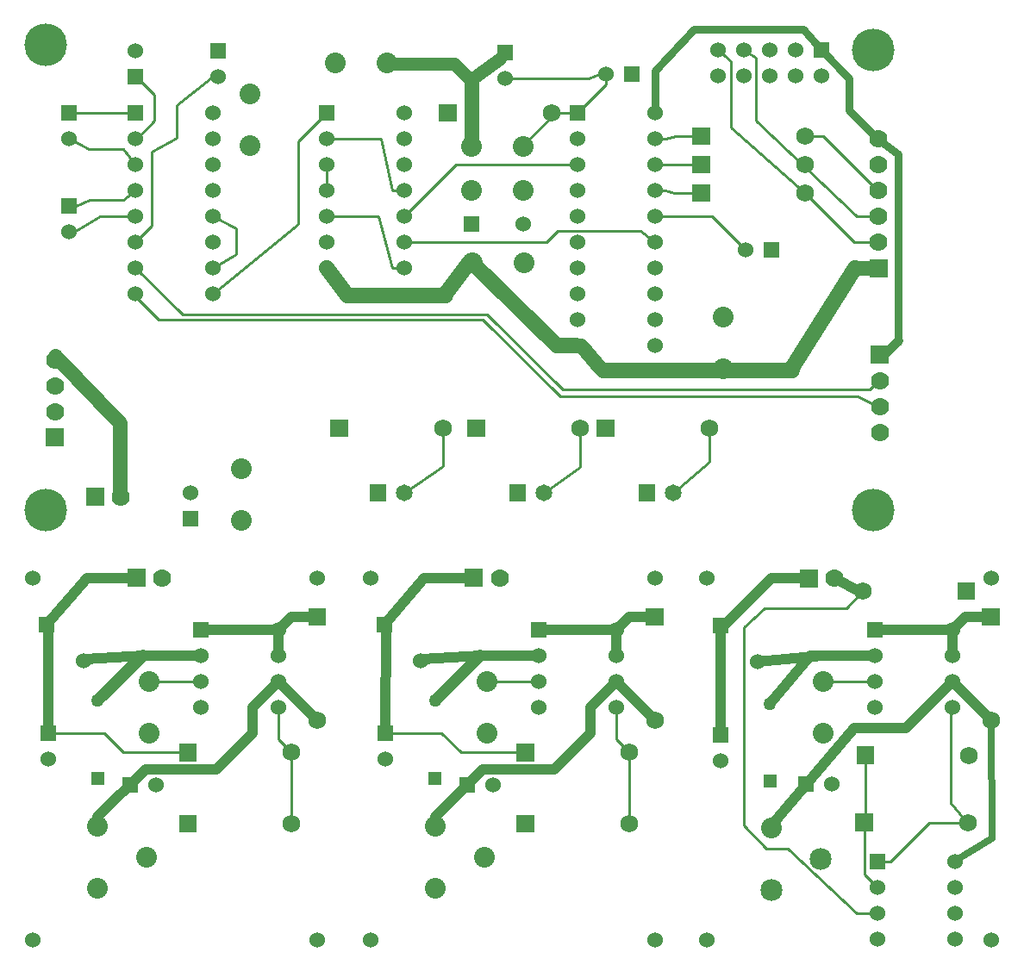
<source format=gtl>
G04 start of page 2 for group 0 idx 0 *
G04 Title: (unknown), top *
G04 Creator: pcb 20110918 *
G04 CreationDate: Fri 24 Oct 2014 08:24:34 GMT UTC *
G04 For: ksarkies *
G04 Format: Gerber/RS-274X *
G04 PCB-Dimensions: 390000 370000 *
G04 PCB-Coordinate-Origin: lower left *
%MOIN*%
%FSLAX25Y25*%
%LNTOP*%
%ADD34C,0.0280*%
%ADD33C,0.0430*%
%ADD32C,0.0200*%
%ADD31C,0.0440*%
%ADD30C,0.1140*%
%ADD29C,0.0380*%
%ADD28C,0.0280*%
%ADD27C,0.0850*%
%ADD26C,0.0800*%
%ADD25C,0.0650*%
%ADD24C,0.1650*%
%ADD23C,0.0700*%
%ADD22C,0.0680*%
%ADD21C,0.0800*%
%ADD20C,0.0001*%
%ADD19C,0.0250*%
%ADD18C,0.0450*%
%ADD17C,0.0350*%
%ADD16C,0.0500*%
%ADD15C,0.0600*%
%ADD14C,0.0400*%
%ADD13C,0.0550*%
%ADD12C,0.0100*%
%ADD11C,0.0300*%
G54D11*X337000Y270500D02*X336500D01*
G54D12*X220500Y310500D02*X221000D01*
X210500Y330500D02*Y329000D01*
X179500Y319000D02*X180000Y318500D01*
X81500Y354500D02*X82000Y354000D01*
X190500D02*X192500D01*
X190500Y351500D02*Y354000D01*
X192500Y352000D02*X190500Y351500D01*
X193000Y354000D02*X190500D01*
X193000D02*X192000Y353000D01*
X192500Y352000D01*
X220000Y240500D02*X220500D01*
X24000Y284500D02*Y284000D01*
X180000Y272500D02*X178500D01*
X24000Y284500D02*X26000D01*
X47500Y290500D02*X49500D01*
X222000Y240500D02*X220000D01*
X196999Y183500D02*X197500D01*
X271500Y195500D02*Y208500D01*
X257500Y183500D02*X271500Y195500D01*
G54D13*X43500Y182000D02*Y210500D01*
X18500Y236500D01*
G54D14*X50000Y150600D02*X30858D01*
X15368Y132710D01*
G54D12*X16100Y133442D01*
G54D15*X169500Y260000D02*X133000D01*
G54D12*X149000Y270500D02*X153500D01*
X143500Y290500D02*X149000Y270500D01*
X185500Y252500D02*X68070Y252526D01*
X184000Y250500D02*X58500D01*
G54D15*X131500Y260000D02*X123500Y270500D01*
G54D12*X88500Y286000D02*Y276000D01*
X79500Y270500D01*
Y290500D02*X88500Y286000D01*
X79500Y260500D02*X112500Y287500D01*
X123500Y290500D02*X143500D01*
X149000Y300500D02*X153500D01*
X144500Y320500D02*X149000Y300500D01*
G54D16*X146500Y349500D02*X173000D01*
X179000Y343500D01*
G54D12*X123500Y310500D02*Y300500D01*
Y320500D02*X144500D01*
X112500Y319500D02*X123500Y330500D01*
X112500Y287500D02*Y319500D01*
G54D15*X169500Y260500D02*X178500Y272500D01*
G54D12*X56000Y315500D02*Y287000D01*
X24000Y284500D02*X26000D01*
X36000Y290500D02*X49500D01*
X45000Y297000D02*X49500Y300500D01*
X32000Y297000D02*X45000D01*
X32000D02*X26500Y294500D01*
X24000D02*X26500D01*
X36000Y290500D02*X26000Y284500D01*
X56000Y287000D02*X50000Y281000D01*
X68000Y252500D02*X49500Y270500D01*
X58500Y250500D02*X49500Y259500D01*
X45000Y316500D02*X49500Y310500D01*
X31500Y316500D02*X45000D01*
X28000Y318500D02*X31500Y316500D01*
X24000Y320500D02*X28000Y318500D01*
X24000Y330500D02*X49500D01*
X65500Y333500D02*Y321000D01*
X56000Y315500D01*
X78500Y344000D02*X65500Y333500D01*
X81500Y344500D02*X78500Y344000D01*
X50000Y344500D02*X57000Y337500D01*
Y327500D01*
X49500Y320000D01*
G54D11*X325500Y344000D02*Y331500D01*
X315000Y355000D02*X325500Y344000D01*
X308000Y363000D02*X315000Y355000D01*
X336500Y320500D02*X325500Y331500D01*
G54D12*X327500Y280500D02*X337000D01*
X308500Y299500D02*X327500Y280500D01*
X328500Y290500D02*X337000D01*
X308500Y321500D02*X315500D01*
X336500Y300500D01*
G54D11*X344500Y314500D02*Y242000D01*
G54D15*X303000Y231000D02*X328000Y270500D01*
G54D13*X336500D01*
G54D17*X338500Y236500D02*X344500Y242500D01*
G54D11*X336500Y320500D02*X344500Y314500D01*
G54D12*X337500Y216500D02*X329000Y221000D01*
X329500Y223500D02*X333500D01*
X337000Y227000D01*
G54D11*X250500Y347000D02*X265500Y363000D01*
X308000D01*
X250500Y330500D02*Y347000D01*
G54D12*X285000Y355000D02*X289500Y352000D01*
X280000Y350500D02*Y325000D01*
X275000Y355000D02*X280000Y350500D01*
X272500Y290500D02*X250500D01*
X285500Y277500D02*X272500Y290500D01*
X245000Y285000D02*X250500Y280500D01*
X280000Y325000D02*X308500Y299500D01*
X258500Y321500D02*X268500D01*
X258500D02*X254500Y320500D01*
X250500D02*X254500D01*
X250500Y310500D02*X268500D01*
X258000Y299500D02*X268500D01*
X254500Y300500D02*X258000Y299500D01*
X250500Y300500D02*X254500D01*
X289500Y352000D02*Y327500D01*
G54D15*X230500Y231000D02*X303500D01*
G54D12*X215000Y223500D02*X329500D01*
G54D13*X222000Y240500D02*X229500Y231500D01*
G54D15*X212500Y240500D02*X220000D01*
X180000Y272500D02*X212500Y240500D01*
G54D12*X214000Y221000D02*X184000Y250500D01*
X215000Y223500D02*X185500Y252500D01*
X329000Y221000D02*X214000D01*
X168500Y194000D02*Y208500D01*
X153500Y183500D02*X168500Y194000D01*
X247500Y186500D02*Y183500D01*
X225000Y344000D02*X229000Y345500D01*
X221500Y193500D02*Y208500D01*
X207500Y183500D02*X221500Y193500D01*
X213000Y285000D02*X208500Y280500D01*
X173500Y310500D02*X153500Y290500D01*
X213000Y285000D02*X245000D01*
X153500Y280500D02*X208500D01*
X221000Y310500D02*X173500D01*
X328500Y290500D02*X289500Y327500D01*
G54D13*X179500Y343500D02*Y319000D01*
G54D16*Y343500D02*X190500Y351500D01*
G54D12*X192500Y344000D02*X191500D01*
X220500Y330500D02*X210500D01*
Y329000D02*X200000Y318500D01*
X225000Y344000D02*X191500D01*
X229000Y345500D02*X231500D01*
Y341500D02*X220500Y330500D01*
X231500Y345500D02*Y341500D01*
G54D14*X16100Y133442D02*X15900Y90600D01*
G54D12*X37500D01*
G54D14*X35000Y54600D02*Y58100D01*
X53500Y76600D01*
G54D12*X37500Y90600D02*X45000Y83100D01*
X70000D01*
G54D14*X53500Y76600D02*X81000D01*
G54D12*X55000Y110600D02*X75000D01*
G54D18*X52500Y120600D02*X35000Y103100D01*
G54D14*X52500Y120600D02*X30242Y119300D01*
G54D12*X52311Y120411D01*
G54D14*X52600Y120700D02*X74900D01*
G54D12*X75000Y120600D01*
G54D14*X81000Y76600D02*X95000Y90600D01*
Y100600D01*
X105000Y110600D01*
G54D12*Y100600D02*Y88100D01*
X110000Y83100D01*
G54D14*X120000Y135600D02*X110000D01*
X105000Y130600D02*X75000D01*
X180500Y150600D02*X161358D01*
X145868Y132710D01*
G54D12*X146600Y133442D01*
G54D14*X110000Y135600D02*X105000Y130600D01*
Y120600D01*
G54D12*X110000Y83100D02*Y55600D01*
G54D14*X105000Y110600D02*X120000Y95600D01*
X146600Y133442D02*X146400Y90600D01*
G54D12*X168000D01*
G54D14*X165500Y54600D02*Y58100D01*
X184000Y76600D01*
G54D12*X168000Y90600D02*X175500Y83100D01*
X200500D01*
G54D14*X184000Y76600D02*X211500D01*
X225500Y90600D01*
Y100600D01*
X235500Y110600D01*
X250500Y95600D01*
G54D12*X235500Y100600D02*Y88100D01*
X240500Y83100D01*
G54D14*X235500Y130600D02*Y120600D01*
G54D12*X240500Y83100D02*Y55600D01*
X185500Y110600D02*X205500D01*
G54D18*X183000Y120600D02*X165500Y103100D01*
G54D14*X183000Y120600D02*X160742Y119300D01*
G54D12*X182811Y120411D01*
G54D14*X183100Y120700D02*X205400D01*
G54D12*X205500Y120600D01*
G54D14*X250500Y135600D02*X240500D01*
X235500Y130600D01*
X205500D01*
X335500Y130500D02*X365500D01*
X380500Y135500D02*X370500D01*
X365500Y130500D01*
X310000Y150500D02*X295503D01*
X320000D02*X330500Y145000D01*
G54D12*X293000Y139000D02*X324500D01*
X331000Y145500D01*
X285000Y131500D02*X293000Y139000D01*
X335500Y110500D02*X315500D01*
G54D14*X335500Y120500D02*X310500D01*
X295000Y102000D01*
X290178Y118178D02*X315322Y120678D01*
X295680Y150680D02*X277784Y132500D01*
X365500Y130500D02*Y120500D01*
Y110500D02*X380500Y95500D01*
X347500Y92500D02*X365500Y110500D01*
G54D19*X380500Y95500D02*X381000Y50000D01*
G54D12*X365000Y63500D02*Y101000D01*
X356500Y56000D02*X371500D01*
X371645Y55645D02*X364995Y63495D01*
G54D19*X381000Y50000D02*X365500Y40500D01*
G54D12*X295500Y54000D02*Y55000D01*
G54D14*X327500Y92500D01*
G54D12*X293500Y46000D02*X285000Y55000D01*
G54D14*X327500Y92500D02*X347500D01*
G54D12*X285000Y55000D02*Y131500D01*
G54D14*X276036Y132320D02*X276000Y90000D01*
G54D12*X328500Y21000D02*X302000Y46000D01*
X293500D01*
X332000Y82000D02*X331500Y36000D01*
X336500Y31000D01*
Y21000D02*X328500D01*
X336500Y41000D02*X341500D01*
X356500Y56000D01*
G54D20*G36*
X217500Y333500D02*Y327500D01*
X223500D01*
Y333500D01*
X217500D01*
G37*
G54D15*X220500Y320500D03*
Y310500D03*
Y300500D03*
Y290500D03*
G54D20*G36*
X265100Y313900D02*Y307100D01*
X271900D01*
Y313900D01*
X265100D01*
G37*
G54D15*X250500Y310500D03*
Y320500D03*
Y330500D03*
G54D20*G36*
X265100Y324900D02*Y318100D01*
X271900D01*
Y324900D01*
X265100D01*
G37*
G36*
Y302900D02*Y296100D01*
X271900D01*
Y302900D01*
X265100D01*
G37*
G54D15*X220500Y280500D03*
X250500D03*
Y290500D03*
Y300500D03*
X231500Y345500D03*
G54D20*G36*
X189500Y357000D02*Y351000D01*
X195500D01*
Y357000D01*
X189500D01*
G37*
G54D15*X192500Y344000D03*
X199500Y287500D03*
G54D21*Y317500D03*
G54D22*X210500Y330500D03*
X308500Y310500D03*
Y321500D03*
G54D20*G36*
X292500Y280500D02*Y274500D01*
X298500D01*
Y280500D01*
X292500D01*
G37*
G54D15*X285500Y277500D03*
G54D22*X308500Y299500D03*
G54D20*G36*
X312000Y358000D02*Y352000D01*
X318000D01*
Y358000D01*
X312000D01*
G37*
G54D15*X315000Y345000D03*
X305000Y355000D03*
Y345000D03*
X295000Y355000D03*
Y345000D03*
X285000Y355000D03*
Y345000D03*
X275000Y355000D03*
Y345000D03*
G54D21*X277000Y231500D03*
Y251500D03*
G54D20*G36*
X334000Y240500D02*Y233500D01*
X341000D01*
Y240500D01*
X334000D01*
G37*
G54D23*X337500Y227000D03*
Y217000D03*
Y207000D03*
G54D24*X335000Y177000D03*
G54D20*G36*
X333500Y274000D02*Y267000D01*
X340500D01*
Y274000D01*
X333500D01*
G37*
G54D23*X337000Y280500D03*
Y290500D03*
Y300500D03*
Y310500D03*
Y320500D03*
G54D24*X335000Y355000D03*
G54D20*G36*
X306500Y154000D02*Y147000D01*
X313500D01*
Y154000D01*
X306500D01*
G37*
G54D23*X320000Y150500D03*
G54D22*X331000Y145500D03*
G54D15*X270500Y150500D03*
G54D20*G36*
X332500Y133500D02*Y127500D01*
X338500D01*
Y133500D01*
X332500D01*
G37*
G36*
X377100Y138900D02*Y132100D01*
X383900D01*
Y138900D01*
X377100D01*
G37*
G36*
X273036Y135320D02*Y129320D01*
X279036D01*
Y135320D01*
X273036D01*
G37*
G54D15*X335500Y120500D03*
Y110500D03*
G54D21*X315500D03*
G54D16*X295000Y102000D03*
G54D15*X290178Y118178D03*
X335500Y100500D03*
G54D22*X380500Y95500D03*
G54D15*X365500Y100500D03*
Y110500D03*
Y120500D03*
Y130500D03*
G54D20*G36*
X367600Y148900D02*Y142100D01*
X374400D01*
Y148900D01*
X367600D01*
G37*
G54D15*X220500Y270500D03*
X250500D03*
G54D21*X180000Y272500D03*
X200000D03*
G54D15*X123500Y270500D03*
X153500D03*
X220500Y260500D03*
X250500D03*
X220500Y250500D03*
Y240500D03*
X250500D03*
Y250500D03*
G54D20*G36*
X178100Y211900D02*Y205100D01*
X184900D01*
Y211900D01*
X178100D01*
G37*
G36*
X125100D02*Y205100D01*
X131900D01*
Y211900D01*
X125100D01*
G37*
G54D22*X168500Y208500D03*
G54D20*G36*
X228100Y211900D02*Y205100D01*
X234900D01*
Y211900D01*
X228100D01*
G37*
G54D22*X271500Y208500D03*
X221500D03*
G54D20*G36*
X244250Y186750D02*Y180250D01*
X250750D01*
Y186750D01*
X244250D01*
G37*
G54D25*X257500Y183500D03*
G54D20*G36*
X140250Y186750D02*Y180250D01*
X146750D01*
Y186750D01*
X140250D01*
G37*
G54D25*X153500Y183500D03*
G54D20*G36*
X194250Y186750D02*Y180250D01*
X200750D01*
Y186750D01*
X194250D01*
G37*
G54D25*X207500Y183500D03*
G54D20*G36*
X238500Y348500D02*Y342500D01*
X244500D01*
Y348500D01*
X238500D01*
G37*
G54D21*X179500Y300500D03*
X199500D03*
G54D15*X153500D03*
Y310500D03*
G54D20*G36*
X176500Y290500D02*Y284500D01*
X182500D01*
Y290500D01*
X176500D01*
G37*
G54D15*X153500Y280500D03*
Y290500D03*
G54D20*G36*
X167100Y333900D02*Y327100D01*
X173900D01*
Y333900D01*
X167100D01*
G37*
G54D15*X153500Y320500D03*
Y330500D03*
G54D21*X179500Y317500D03*
G54D20*G36*
X120500Y333500D02*Y327500D01*
X126500D01*
Y333500D01*
X120500D01*
G37*
G54D21*X147000Y350000D03*
X127000D03*
G54D15*X123500Y320500D03*
Y310500D03*
Y300500D03*
Y290500D03*
Y280500D03*
X79500Y270500D03*
Y280500D03*
Y290500D03*
Y300500D03*
G54D20*G36*
X78500Y357500D02*Y351500D01*
X84500D01*
Y357500D01*
X78500D01*
G37*
G54D15*X81500Y344500D03*
G54D20*G36*
X46500Y333500D02*Y327500D01*
X52500D01*
Y333500D01*
X46500D01*
G37*
G54D15*X49500Y320500D03*
Y310500D03*
X79500D03*
Y320500D03*
Y330500D03*
G54D20*G36*
X46500Y347500D02*Y341500D01*
X52500D01*
Y347500D01*
X46500D01*
G37*
G54D15*X49500Y354500D03*
Y300500D03*
Y290500D03*
Y280500D03*
Y270500D03*
Y260500D03*
G54D20*G36*
X21000Y333500D02*Y327500D01*
X27000D01*
Y333500D01*
X21000D01*
G37*
G54D15*X24000Y320500D03*
G54D20*G36*
X21000Y297500D02*Y291500D01*
X27000D01*
Y297500D01*
X21000D01*
G37*
G54D15*X24000Y284500D03*
G54D21*X94000Y318000D03*
Y338000D03*
G54D24*X15000Y357000D03*
G54D15*X79500Y260500D03*
G54D20*G36*
X68000Y176500D02*Y170500D01*
X74000D01*
Y176500D01*
X68000D01*
G37*
G54D15*X71000Y183500D03*
G54D21*X90500Y193000D03*
Y173000D03*
G54D23*X18500Y215000D03*
Y225000D03*
Y235000D03*
G54D20*G36*
X30500Y185500D02*Y178500D01*
X37500D01*
Y185500D01*
X30500D01*
G37*
G54D23*X44000Y182000D03*
G54D20*G36*
X15000Y208500D02*Y201500D01*
X22000D01*
Y208500D01*
X15000D01*
G37*
G36*
X12368Y135710D02*Y129710D01*
X18368D01*
Y135710D01*
X12368D01*
G37*
G54D15*X10000Y150600D03*
G54D16*X35000Y103100D03*
G54D15*X29510Y118568D03*
G54D20*G36*
X46500Y154100D02*Y147100D01*
X53500D01*
Y154100D01*
X46500D01*
G37*
G54D23*X60000Y150600D03*
G54D21*X55000Y110600D03*
G54D20*G36*
X72000Y133600D02*Y127600D01*
X78000D01*
Y133600D01*
X72000D01*
G37*
G54D15*X75000Y120600D03*
Y110600D03*
G54D24*X15000Y177000D03*
G54D20*G36*
X44500Y73600D02*Y67600D01*
X50500D01*
Y73600D01*
X44500D01*
G37*
G54D21*X55000Y90600D03*
G54D15*X57500Y70600D03*
G54D26*X35000Y54600D03*
X54000Y42500D03*
X35000Y30600D03*
G54D20*G36*
X32500Y75600D02*Y70600D01*
X37500D01*
Y75600D01*
X32500D01*
G37*
G36*
X12900Y93600D02*Y87600D01*
X18900D01*
Y93600D01*
X12900D01*
G37*
G54D15*X15900Y80600D03*
X10000Y10600D03*
G54D20*G36*
X66600Y59000D02*Y52200D01*
X73400D01*
Y59000D01*
X66600D01*
G37*
G36*
Y86500D02*Y79700D01*
X73400D01*
Y86500D01*
X66600D01*
G37*
G54D15*X75000Y100600D03*
X105000D03*
G54D22*X120000Y95600D03*
G54D15*X105000Y110600D03*
Y120600D03*
Y130600D03*
G54D20*G36*
X116600Y139000D02*Y132200D01*
X123400D01*
Y139000D01*
X116600D01*
G37*
G54D15*X120000Y150600D03*
G54D20*G36*
X142868Y135710D02*Y129710D01*
X148868D01*
Y135710D01*
X142868D01*
G37*
G54D15*X140500Y150600D03*
G54D22*X110000Y55600D03*
Y83100D03*
G54D15*X120000Y10600D03*
G54D20*G36*
X175000Y73600D02*Y67600D01*
X181000D01*
Y73600D01*
X175000D01*
G37*
G54D15*X188000Y70600D03*
G54D26*X165500Y54600D03*
X184500Y42500D03*
X165500Y30600D03*
G54D20*G36*
X163000Y75600D02*Y70600D01*
X168000D01*
Y75600D01*
X163000D01*
G37*
G54D15*X146400Y80600D03*
X140500Y10600D03*
G54D20*G36*
X177000Y154100D02*Y147100D01*
X184000D01*
Y154100D01*
X177000D01*
G37*
G54D23*X190500Y150600D03*
G54D20*G36*
X202500Y133600D02*Y127600D01*
X208500D01*
Y133600D01*
X202500D01*
G37*
G54D15*X205500Y120600D03*
Y110600D03*
Y100600D03*
G54D21*X185500Y90600D03*
G54D20*G36*
X143400Y93600D02*Y87600D01*
X149400D01*
Y93600D01*
X143400D01*
G37*
G54D21*X185500Y110600D03*
G54D16*X165500Y103100D03*
G54D15*X160010Y118568D03*
X235500Y100600D03*
Y110600D03*
Y120600D03*
Y130600D03*
G54D20*G36*
X247100Y139000D02*Y132200D01*
X253900D01*
Y139000D01*
X247100D01*
G37*
G54D22*X250500Y95600D03*
G54D15*Y150600D03*
G54D20*G36*
X197100Y59000D02*Y52200D01*
X203900D01*
Y59000D01*
X197100D01*
G37*
G36*
Y86500D02*Y79700D01*
X203900D01*
Y86500D01*
X197100D01*
G37*
G54D22*X240500Y55600D03*
Y83100D03*
G54D15*X250500Y10600D03*
G54D20*G36*
X273000Y93000D02*Y87000D01*
X279000D01*
Y93000D01*
X273000D01*
G37*
G54D15*X276000Y80000D03*
X270500Y10500D03*
G54D26*X295500Y54000D03*
G54D27*X314500Y41900D03*
X295500Y30000D03*
G54D20*G36*
X333500Y44000D02*Y38000D01*
X339500D01*
Y44000D01*
X333500D01*
G37*
G54D15*X336500Y31000D03*
Y21000D03*
Y11000D03*
X366500D03*
Y21000D03*
Y31000D03*
X380500Y10500D03*
X366500Y41000D03*
G54D22*X371500Y56000D03*
G54D20*G36*
X328600Y85400D02*Y78600D01*
X335400D01*
Y85400D01*
X328600D01*
G37*
G36*
X328100Y59400D02*Y52600D01*
X334900D01*
Y59400D01*
X328100D01*
G37*
G54D22*X372000Y82000D03*
G54D21*X315500Y90500D03*
G54D20*G36*
X292500Y74500D02*Y69500D01*
X297500D01*
Y74500D01*
X292500D01*
G37*
G36*
X306000Y74000D02*Y68000D01*
X312000D01*
Y74000D01*
X306000D01*
G37*
G54D15*X319000Y71000D03*
X380500Y150500D03*
G54D28*G54D29*G54D28*G54D29*G54D28*G54D29*G54D11*G54D28*G54D17*G54D29*G54D17*G54D29*G54D30*G54D29*G54D30*G54D29*G54D31*G54D28*G54D29*G54D11*G54D28*G54D17*G54D32*G54D11*G54D28*G54D29*G54D28*G54D29*G54D28*G54D17*G54D28*G54D29*G54D33*G54D29*G54D17*G54D28*G54D29*G54D28*G54D17*G54D28*G54D17*G54D28*G54D11*G54D28*G54D11*G54D28*G54D11*G54D17*G54D30*G54D28*G54D11*G54D17*G54D29*G54D11*G54D31*G54D32*G54D11*G54D29*G54D17*G54D28*G54D30*G54D11*G54D17*G54D11*G54D34*G54D32*G54D11*G54D31*G54D29*G54D28*G54D29*G54D28*G54D29*G54D31*G54D11*G54D31*G54D29*G54D31*G54D11*G54D34*G54D32*G54D11*G54D31*G54D29*G54D28*G54D17*G54D11*G54D17*G54D32*G54D11*G54D28*G54D29*G54D31*G54D29*G54D31*G54D11*G54D31*G54D34*G54D28*G54D31*G54D28*G54D29*G54D17*G54D32*G54D11*G54D31*M02*

</source>
